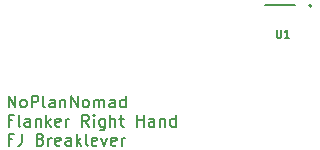
<source format=gto>
%TF.GenerationSoftware,KiCad,Pcbnew,7.0.6*%
%TF.CreationDate,2023-08-28T10:43:43+02:00*%
%TF.ProjectId,RH_BreakLever_FreeJoy,52485f42-7265-4616-9b4c-657665725f46,rev?*%
%TF.SameCoordinates,Original*%
%TF.FileFunction,Legend,Top*%
%TF.FilePolarity,Positive*%
%FSLAX46Y46*%
G04 Gerber Fmt 4.6, Leading zero omitted, Abs format (unit mm)*
G04 Created by KiCad (PCBNEW 7.0.6) date 2023-08-28 10:43:43*
%MOMM*%
%LPD*%
G01*
G04 APERTURE LIST*
G04 Aperture macros list*
%AMRoundRect*
0 Rectangle with rounded corners*
0 $1 Rounding radius*
0 $2 $3 $4 $5 $6 $7 $8 $9 X,Y pos of 4 corners*
0 Add a 4 corners polygon primitive as box body*
4,1,4,$2,$3,$4,$5,$6,$7,$8,$9,$2,$3,0*
0 Add four circle primitives for the rounded corners*
1,1,$1+$1,$2,$3*
1,1,$1+$1,$4,$5*
1,1,$1+$1,$6,$7*
1,1,$1+$1,$8,$9*
0 Add four rect primitives between the rounded corners*
20,1,$1+$1,$2,$3,$4,$5,0*
20,1,$1+$1,$4,$5,$6,$7,0*
20,1,$1+$1,$6,$7,$8,$9,0*
20,1,$1+$1,$8,$9,$2,$3,0*%
G04 Aperture macros list end*
%ADD10C,0.150000*%
%ADD11C,0.127000*%
%ADD12C,0.200000*%
%ADD13R,1.030000X1.030000*%
%ADD14C,1.030000*%
%ADD15C,2.200000*%
%ADD16RoundRect,0.250000X0.725000X-0.600000X0.725000X0.600000X-0.725000X0.600000X-0.725000X-0.600000X0*%
%ADD17O,1.950000X1.700000*%
G04 APERTURE END LIST*
D10*
X43096779Y-32719819D02*
X43096779Y-31719819D01*
X43096779Y-31719819D02*
X43668207Y-32719819D01*
X43668207Y-32719819D02*
X43668207Y-31719819D01*
X44287255Y-32719819D02*
X44192017Y-32672200D01*
X44192017Y-32672200D02*
X44144398Y-32624580D01*
X44144398Y-32624580D02*
X44096779Y-32529342D01*
X44096779Y-32529342D02*
X44096779Y-32243628D01*
X44096779Y-32243628D02*
X44144398Y-32148390D01*
X44144398Y-32148390D02*
X44192017Y-32100771D01*
X44192017Y-32100771D02*
X44287255Y-32053152D01*
X44287255Y-32053152D02*
X44430112Y-32053152D01*
X44430112Y-32053152D02*
X44525350Y-32100771D01*
X44525350Y-32100771D02*
X44572969Y-32148390D01*
X44572969Y-32148390D02*
X44620588Y-32243628D01*
X44620588Y-32243628D02*
X44620588Y-32529342D01*
X44620588Y-32529342D02*
X44572969Y-32624580D01*
X44572969Y-32624580D02*
X44525350Y-32672200D01*
X44525350Y-32672200D02*
X44430112Y-32719819D01*
X44430112Y-32719819D02*
X44287255Y-32719819D01*
X45049160Y-32719819D02*
X45049160Y-31719819D01*
X45049160Y-31719819D02*
X45430112Y-31719819D01*
X45430112Y-31719819D02*
X45525350Y-31767438D01*
X45525350Y-31767438D02*
X45572969Y-31815057D01*
X45572969Y-31815057D02*
X45620588Y-31910295D01*
X45620588Y-31910295D02*
X45620588Y-32053152D01*
X45620588Y-32053152D02*
X45572969Y-32148390D01*
X45572969Y-32148390D02*
X45525350Y-32196009D01*
X45525350Y-32196009D02*
X45430112Y-32243628D01*
X45430112Y-32243628D02*
X45049160Y-32243628D01*
X46192017Y-32719819D02*
X46096779Y-32672200D01*
X46096779Y-32672200D02*
X46049160Y-32576961D01*
X46049160Y-32576961D02*
X46049160Y-31719819D01*
X47001541Y-32719819D02*
X47001541Y-32196009D01*
X47001541Y-32196009D02*
X46953922Y-32100771D01*
X46953922Y-32100771D02*
X46858684Y-32053152D01*
X46858684Y-32053152D02*
X46668208Y-32053152D01*
X46668208Y-32053152D02*
X46572970Y-32100771D01*
X47001541Y-32672200D02*
X46906303Y-32719819D01*
X46906303Y-32719819D02*
X46668208Y-32719819D01*
X46668208Y-32719819D02*
X46572970Y-32672200D01*
X46572970Y-32672200D02*
X46525351Y-32576961D01*
X46525351Y-32576961D02*
X46525351Y-32481723D01*
X46525351Y-32481723D02*
X46572970Y-32386485D01*
X46572970Y-32386485D02*
X46668208Y-32338866D01*
X46668208Y-32338866D02*
X46906303Y-32338866D01*
X46906303Y-32338866D02*
X47001541Y-32291247D01*
X47477732Y-32053152D02*
X47477732Y-32719819D01*
X47477732Y-32148390D02*
X47525351Y-32100771D01*
X47525351Y-32100771D02*
X47620589Y-32053152D01*
X47620589Y-32053152D02*
X47763446Y-32053152D01*
X47763446Y-32053152D02*
X47858684Y-32100771D01*
X47858684Y-32100771D02*
X47906303Y-32196009D01*
X47906303Y-32196009D02*
X47906303Y-32719819D01*
X48382494Y-32719819D02*
X48382494Y-31719819D01*
X48382494Y-31719819D02*
X48953922Y-32719819D01*
X48953922Y-32719819D02*
X48953922Y-31719819D01*
X49572970Y-32719819D02*
X49477732Y-32672200D01*
X49477732Y-32672200D02*
X49430113Y-32624580D01*
X49430113Y-32624580D02*
X49382494Y-32529342D01*
X49382494Y-32529342D02*
X49382494Y-32243628D01*
X49382494Y-32243628D02*
X49430113Y-32148390D01*
X49430113Y-32148390D02*
X49477732Y-32100771D01*
X49477732Y-32100771D02*
X49572970Y-32053152D01*
X49572970Y-32053152D02*
X49715827Y-32053152D01*
X49715827Y-32053152D02*
X49811065Y-32100771D01*
X49811065Y-32100771D02*
X49858684Y-32148390D01*
X49858684Y-32148390D02*
X49906303Y-32243628D01*
X49906303Y-32243628D02*
X49906303Y-32529342D01*
X49906303Y-32529342D02*
X49858684Y-32624580D01*
X49858684Y-32624580D02*
X49811065Y-32672200D01*
X49811065Y-32672200D02*
X49715827Y-32719819D01*
X49715827Y-32719819D02*
X49572970Y-32719819D01*
X50334875Y-32719819D02*
X50334875Y-32053152D01*
X50334875Y-32148390D02*
X50382494Y-32100771D01*
X50382494Y-32100771D02*
X50477732Y-32053152D01*
X50477732Y-32053152D02*
X50620589Y-32053152D01*
X50620589Y-32053152D02*
X50715827Y-32100771D01*
X50715827Y-32100771D02*
X50763446Y-32196009D01*
X50763446Y-32196009D02*
X50763446Y-32719819D01*
X50763446Y-32196009D02*
X50811065Y-32100771D01*
X50811065Y-32100771D02*
X50906303Y-32053152D01*
X50906303Y-32053152D02*
X51049160Y-32053152D01*
X51049160Y-32053152D02*
X51144399Y-32100771D01*
X51144399Y-32100771D02*
X51192018Y-32196009D01*
X51192018Y-32196009D02*
X51192018Y-32719819D01*
X52096779Y-32719819D02*
X52096779Y-32196009D01*
X52096779Y-32196009D02*
X52049160Y-32100771D01*
X52049160Y-32100771D02*
X51953922Y-32053152D01*
X51953922Y-32053152D02*
X51763446Y-32053152D01*
X51763446Y-32053152D02*
X51668208Y-32100771D01*
X52096779Y-32672200D02*
X52001541Y-32719819D01*
X52001541Y-32719819D02*
X51763446Y-32719819D01*
X51763446Y-32719819D02*
X51668208Y-32672200D01*
X51668208Y-32672200D02*
X51620589Y-32576961D01*
X51620589Y-32576961D02*
X51620589Y-32481723D01*
X51620589Y-32481723D02*
X51668208Y-32386485D01*
X51668208Y-32386485D02*
X51763446Y-32338866D01*
X51763446Y-32338866D02*
X52001541Y-32338866D01*
X52001541Y-32338866D02*
X52096779Y-32291247D01*
X53001541Y-32719819D02*
X53001541Y-31719819D01*
X53001541Y-32672200D02*
X52906303Y-32719819D01*
X52906303Y-32719819D02*
X52715827Y-32719819D01*
X52715827Y-32719819D02*
X52620589Y-32672200D01*
X52620589Y-32672200D02*
X52572970Y-32624580D01*
X52572970Y-32624580D02*
X52525351Y-32529342D01*
X52525351Y-32529342D02*
X52525351Y-32243628D01*
X52525351Y-32243628D02*
X52572970Y-32148390D01*
X52572970Y-32148390D02*
X52620589Y-32100771D01*
X52620589Y-32100771D02*
X52715827Y-32053152D01*
X52715827Y-32053152D02*
X52906303Y-32053152D01*
X52906303Y-32053152D02*
X53001541Y-32100771D01*
X43430112Y-33806009D02*
X43096779Y-33806009D01*
X43096779Y-34329819D02*
X43096779Y-33329819D01*
X43096779Y-33329819D02*
X43572969Y-33329819D01*
X44096779Y-34329819D02*
X44001541Y-34282200D01*
X44001541Y-34282200D02*
X43953922Y-34186961D01*
X43953922Y-34186961D02*
X43953922Y-33329819D01*
X44906303Y-34329819D02*
X44906303Y-33806009D01*
X44906303Y-33806009D02*
X44858684Y-33710771D01*
X44858684Y-33710771D02*
X44763446Y-33663152D01*
X44763446Y-33663152D02*
X44572970Y-33663152D01*
X44572970Y-33663152D02*
X44477732Y-33710771D01*
X44906303Y-34282200D02*
X44811065Y-34329819D01*
X44811065Y-34329819D02*
X44572970Y-34329819D01*
X44572970Y-34329819D02*
X44477732Y-34282200D01*
X44477732Y-34282200D02*
X44430113Y-34186961D01*
X44430113Y-34186961D02*
X44430113Y-34091723D01*
X44430113Y-34091723D02*
X44477732Y-33996485D01*
X44477732Y-33996485D02*
X44572970Y-33948866D01*
X44572970Y-33948866D02*
X44811065Y-33948866D01*
X44811065Y-33948866D02*
X44906303Y-33901247D01*
X45382494Y-33663152D02*
X45382494Y-34329819D01*
X45382494Y-33758390D02*
X45430113Y-33710771D01*
X45430113Y-33710771D02*
X45525351Y-33663152D01*
X45525351Y-33663152D02*
X45668208Y-33663152D01*
X45668208Y-33663152D02*
X45763446Y-33710771D01*
X45763446Y-33710771D02*
X45811065Y-33806009D01*
X45811065Y-33806009D02*
X45811065Y-34329819D01*
X46287256Y-34329819D02*
X46287256Y-33329819D01*
X46382494Y-33948866D02*
X46668208Y-34329819D01*
X46668208Y-33663152D02*
X46287256Y-34044104D01*
X47477732Y-34282200D02*
X47382494Y-34329819D01*
X47382494Y-34329819D02*
X47192018Y-34329819D01*
X47192018Y-34329819D02*
X47096780Y-34282200D01*
X47096780Y-34282200D02*
X47049161Y-34186961D01*
X47049161Y-34186961D02*
X47049161Y-33806009D01*
X47049161Y-33806009D02*
X47096780Y-33710771D01*
X47096780Y-33710771D02*
X47192018Y-33663152D01*
X47192018Y-33663152D02*
X47382494Y-33663152D01*
X47382494Y-33663152D02*
X47477732Y-33710771D01*
X47477732Y-33710771D02*
X47525351Y-33806009D01*
X47525351Y-33806009D02*
X47525351Y-33901247D01*
X47525351Y-33901247D02*
X47049161Y-33996485D01*
X47953923Y-34329819D02*
X47953923Y-33663152D01*
X47953923Y-33853628D02*
X48001542Y-33758390D01*
X48001542Y-33758390D02*
X48049161Y-33710771D01*
X48049161Y-33710771D02*
X48144399Y-33663152D01*
X48144399Y-33663152D02*
X48239637Y-33663152D01*
X49906304Y-34329819D02*
X49572971Y-33853628D01*
X49334876Y-34329819D02*
X49334876Y-33329819D01*
X49334876Y-33329819D02*
X49715828Y-33329819D01*
X49715828Y-33329819D02*
X49811066Y-33377438D01*
X49811066Y-33377438D02*
X49858685Y-33425057D01*
X49858685Y-33425057D02*
X49906304Y-33520295D01*
X49906304Y-33520295D02*
X49906304Y-33663152D01*
X49906304Y-33663152D02*
X49858685Y-33758390D01*
X49858685Y-33758390D02*
X49811066Y-33806009D01*
X49811066Y-33806009D02*
X49715828Y-33853628D01*
X49715828Y-33853628D02*
X49334876Y-33853628D01*
X50334876Y-34329819D02*
X50334876Y-33663152D01*
X50334876Y-33329819D02*
X50287257Y-33377438D01*
X50287257Y-33377438D02*
X50334876Y-33425057D01*
X50334876Y-33425057D02*
X50382495Y-33377438D01*
X50382495Y-33377438D02*
X50334876Y-33329819D01*
X50334876Y-33329819D02*
X50334876Y-33425057D01*
X51239637Y-33663152D02*
X51239637Y-34472676D01*
X51239637Y-34472676D02*
X51192018Y-34567914D01*
X51192018Y-34567914D02*
X51144399Y-34615533D01*
X51144399Y-34615533D02*
X51049161Y-34663152D01*
X51049161Y-34663152D02*
X50906304Y-34663152D01*
X50906304Y-34663152D02*
X50811066Y-34615533D01*
X51239637Y-34282200D02*
X51144399Y-34329819D01*
X51144399Y-34329819D02*
X50953923Y-34329819D01*
X50953923Y-34329819D02*
X50858685Y-34282200D01*
X50858685Y-34282200D02*
X50811066Y-34234580D01*
X50811066Y-34234580D02*
X50763447Y-34139342D01*
X50763447Y-34139342D02*
X50763447Y-33853628D01*
X50763447Y-33853628D02*
X50811066Y-33758390D01*
X50811066Y-33758390D02*
X50858685Y-33710771D01*
X50858685Y-33710771D02*
X50953923Y-33663152D01*
X50953923Y-33663152D02*
X51144399Y-33663152D01*
X51144399Y-33663152D02*
X51239637Y-33710771D01*
X51715828Y-34329819D02*
X51715828Y-33329819D01*
X52144399Y-34329819D02*
X52144399Y-33806009D01*
X52144399Y-33806009D02*
X52096780Y-33710771D01*
X52096780Y-33710771D02*
X52001542Y-33663152D01*
X52001542Y-33663152D02*
X51858685Y-33663152D01*
X51858685Y-33663152D02*
X51763447Y-33710771D01*
X51763447Y-33710771D02*
X51715828Y-33758390D01*
X52477733Y-33663152D02*
X52858685Y-33663152D01*
X52620590Y-33329819D02*
X52620590Y-34186961D01*
X52620590Y-34186961D02*
X52668209Y-34282200D01*
X52668209Y-34282200D02*
X52763447Y-34329819D01*
X52763447Y-34329819D02*
X52858685Y-34329819D01*
X53953924Y-34329819D02*
X53953924Y-33329819D01*
X53953924Y-33806009D02*
X54525352Y-33806009D01*
X54525352Y-34329819D02*
X54525352Y-33329819D01*
X55430114Y-34329819D02*
X55430114Y-33806009D01*
X55430114Y-33806009D02*
X55382495Y-33710771D01*
X55382495Y-33710771D02*
X55287257Y-33663152D01*
X55287257Y-33663152D02*
X55096781Y-33663152D01*
X55096781Y-33663152D02*
X55001543Y-33710771D01*
X55430114Y-34282200D02*
X55334876Y-34329819D01*
X55334876Y-34329819D02*
X55096781Y-34329819D01*
X55096781Y-34329819D02*
X55001543Y-34282200D01*
X55001543Y-34282200D02*
X54953924Y-34186961D01*
X54953924Y-34186961D02*
X54953924Y-34091723D01*
X54953924Y-34091723D02*
X55001543Y-33996485D01*
X55001543Y-33996485D02*
X55096781Y-33948866D01*
X55096781Y-33948866D02*
X55334876Y-33948866D01*
X55334876Y-33948866D02*
X55430114Y-33901247D01*
X55906305Y-33663152D02*
X55906305Y-34329819D01*
X55906305Y-33758390D02*
X55953924Y-33710771D01*
X55953924Y-33710771D02*
X56049162Y-33663152D01*
X56049162Y-33663152D02*
X56192019Y-33663152D01*
X56192019Y-33663152D02*
X56287257Y-33710771D01*
X56287257Y-33710771D02*
X56334876Y-33806009D01*
X56334876Y-33806009D02*
X56334876Y-34329819D01*
X57239638Y-34329819D02*
X57239638Y-33329819D01*
X57239638Y-34282200D02*
X57144400Y-34329819D01*
X57144400Y-34329819D02*
X56953924Y-34329819D01*
X56953924Y-34329819D02*
X56858686Y-34282200D01*
X56858686Y-34282200D02*
X56811067Y-34234580D01*
X56811067Y-34234580D02*
X56763448Y-34139342D01*
X56763448Y-34139342D02*
X56763448Y-33853628D01*
X56763448Y-33853628D02*
X56811067Y-33758390D01*
X56811067Y-33758390D02*
X56858686Y-33710771D01*
X56858686Y-33710771D02*
X56953924Y-33663152D01*
X56953924Y-33663152D02*
X57144400Y-33663152D01*
X57144400Y-33663152D02*
X57239638Y-33710771D01*
X43430112Y-35416009D02*
X43096779Y-35416009D01*
X43096779Y-35939819D02*
X43096779Y-34939819D01*
X43096779Y-34939819D02*
X43572969Y-34939819D01*
X44239636Y-34939819D02*
X44239636Y-35654104D01*
X44239636Y-35654104D02*
X44192017Y-35796961D01*
X44192017Y-35796961D02*
X44096779Y-35892200D01*
X44096779Y-35892200D02*
X43953922Y-35939819D01*
X43953922Y-35939819D02*
X43858684Y-35939819D01*
X45811065Y-35416009D02*
X45953922Y-35463628D01*
X45953922Y-35463628D02*
X46001541Y-35511247D01*
X46001541Y-35511247D02*
X46049160Y-35606485D01*
X46049160Y-35606485D02*
X46049160Y-35749342D01*
X46049160Y-35749342D02*
X46001541Y-35844580D01*
X46001541Y-35844580D02*
X45953922Y-35892200D01*
X45953922Y-35892200D02*
X45858684Y-35939819D01*
X45858684Y-35939819D02*
X45477732Y-35939819D01*
X45477732Y-35939819D02*
X45477732Y-34939819D01*
X45477732Y-34939819D02*
X45811065Y-34939819D01*
X45811065Y-34939819D02*
X45906303Y-34987438D01*
X45906303Y-34987438D02*
X45953922Y-35035057D01*
X45953922Y-35035057D02*
X46001541Y-35130295D01*
X46001541Y-35130295D02*
X46001541Y-35225533D01*
X46001541Y-35225533D02*
X45953922Y-35320771D01*
X45953922Y-35320771D02*
X45906303Y-35368390D01*
X45906303Y-35368390D02*
X45811065Y-35416009D01*
X45811065Y-35416009D02*
X45477732Y-35416009D01*
X46477732Y-35939819D02*
X46477732Y-35273152D01*
X46477732Y-35463628D02*
X46525351Y-35368390D01*
X46525351Y-35368390D02*
X46572970Y-35320771D01*
X46572970Y-35320771D02*
X46668208Y-35273152D01*
X46668208Y-35273152D02*
X46763446Y-35273152D01*
X47477732Y-35892200D02*
X47382494Y-35939819D01*
X47382494Y-35939819D02*
X47192018Y-35939819D01*
X47192018Y-35939819D02*
X47096780Y-35892200D01*
X47096780Y-35892200D02*
X47049161Y-35796961D01*
X47049161Y-35796961D02*
X47049161Y-35416009D01*
X47049161Y-35416009D02*
X47096780Y-35320771D01*
X47096780Y-35320771D02*
X47192018Y-35273152D01*
X47192018Y-35273152D02*
X47382494Y-35273152D01*
X47382494Y-35273152D02*
X47477732Y-35320771D01*
X47477732Y-35320771D02*
X47525351Y-35416009D01*
X47525351Y-35416009D02*
X47525351Y-35511247D01*
X47525351Y-35511247D02*
X47049161Y-35606485D01*
X48382494Y-35939819D02*
X48382494Y-35416009D01*
X48382494Y-35416009D02*
X48334875Y-35320771D01*
X48334875Y-35320771D02*
X48239637Y-35273152D01*
X48239637Y-35273152D02*
X48049161Y-35273152D01*
X48049161Y-35273152D02*
X47953923Y-35320771D01*
X48382494Y-35892200D02*
X48287256Y-35939819D01*
X48287256Y-35939819D02*
X48049161Y-35939819D01*
X48049161Y-35939819D02*
X47953923Y-35892200D01*
X47953923Y-35892200D02*
X47906304Y-35796961D01*
X47906304Y-35796961D02*
X47906304Y-35701723D01*
X47906304Y-35701723D02*
X47953923Y-35606485D01*
X47953923Y-35606485D02*
X48049161Y-35558866D01*
X48049161Y-35558866D02*
X48287256Y-35558866D01*
X48287256Y-35558866D02*
X48382494Y-35511247D01*
X48858685Y-35939819D02*
X48858685Y-34939819D01*
X48953923Y-35558866D02*
X49239637Y-35939819D01*
X49239637Y-35273152D02*
X48858685Y-35654104D01*
X49811066Y-35939819D02*
X49715828Y-35892200D01*
X49715828Y-35892200D02*
X49668209Y-35796961D01*
X49668209Y-35796961D02*
X49668209Y-34939819D01*
X50572971Y-35892200D02*
X50477733Y-35939819D01*
X50477733Y-35939819D02*
X50287257Y-35939819D01*
X50287257Y-35939819D02*
X50192019Y-35892200D01*
X50192019Y-35892200D02*
X50144400Y-35796961D01*
X50144400Y-35796961D02*
X50144400Y-35416009D01*
X50144400Y-35416009D02*
X50192019Y-35320771D01*
X50192019Y-35320771D02*
X50287257Y-35273152D01*
X50287257Y-35273152D02*
X50477733Y-35273152D01*
X50477733Y-35273152D02*
X50572971Y-35320771D01*
X50572971Y-35320771D02*
X50620590Y-35416009D01*
X50620590Y-35416009D02*
X50620590Y-35511247D01*
X50620590Y-35511247D02*
X50144400Y-35606485D01*
X50953924Y-35273152D02*
X51192019Y-35939819D01*
X51192019Y-35939819D02*
X51430114Y-35273152D01*
X52192019Y-35892200D02*
X52096781Y-35939819D01*
X52096781Y-35939819D02*
X51906305Y-35939819D01*
X51906305Y-35939819D02*
X51811067Y-35892200D01*
X51811067Y-35892200D02*
X51763448Y-35796961D01*
X51763448Y-35796961D02*
X51763448Y-35416009D01*
X51763448Y-35416009D02*
X51811067Y-35320771D01*
X51811067Y-35320771D02*
X51906305Y-35273152D01*
X51906305Y-35273152D02*
X52096781Y-35273152D01*
X52096781Y-35273152D02*
X52192019Y-35320771D01*
X52192019Y-35320771D02*
X52239638Y-35416009D01*
X52239638Y-35416009D02*
X52239638Y-35511247D01*
X52239638Y-35511247D02*
X51763448Y-35606485D01*
X52668210Y-35939819D02*
X52668210Y-35273152D01*
X52668210Y-35463628D02*
X52715829Y-35368390D01*
X52715829Y-35368390D02*
X52763448Y-35320771D01*
X52763448Y-35320771D02*
X52858686Y-35273152D01*
X52858686Y-35273152D02*
X52953924Y-35273152D01*
X65830380Y-26154677D02*
X65830380Y-26672772D01*
X65830380Y-26672772D02*
X65860857Y-26733724D01*
X65860857Y-26733724D02*
X65891333Y-26764201D01*
X65891333Y-26764201D02*
X65952285Y-26794677D01*
X65952285Y-26794677D02*
X66074190Y-26794677D01*
X66074190Y-26794677D02*
X66135142Y-26764201D01*
X66135142Y-26764201D02*
X66165619Y-26733724D01*
X66165619Y-26733724D02*
X66196095Y-26672772D01*
X66196095Y-26672772D02*
X66196095Y-26154677D01*
X66836095Y-26794677D02*
X66470380Y-26794677D01*
X66653237Y-26794677D02*
X66653237Y-26154677D01*
X66653237Y-26154677D02*
X66592285Y-26246105D01*
X66592285Y-26246105D02*
X66531333Y-26307058D01*
X66531333Y-26307058D02*
X66470380Y-26337534D01*
D11*
X67320000Y-24080001D02*
X64820000Y-24080001D01*
D12*
X68750000Y-24090001D02*
G75*
G03*
X68750000Y-24090001I-100000J0D01*
G01*
%LPC*%
D13*
X68570000Y-25030001D03*
D14*
X66070000Y-25030001D03*
X63570000Y-25030001D03*
D15*
X60070000Y-32900001D03*
X66070000Y-29900001D03*
D16*
X38640000Y-33800000D03*
D17*
X38640000Y-31300000D03*
X38640000Y-28800000D03*
X38640000Y-26300000D03*
X38640000Y-23800000D03*
%LPD*%
M02*

</source>
